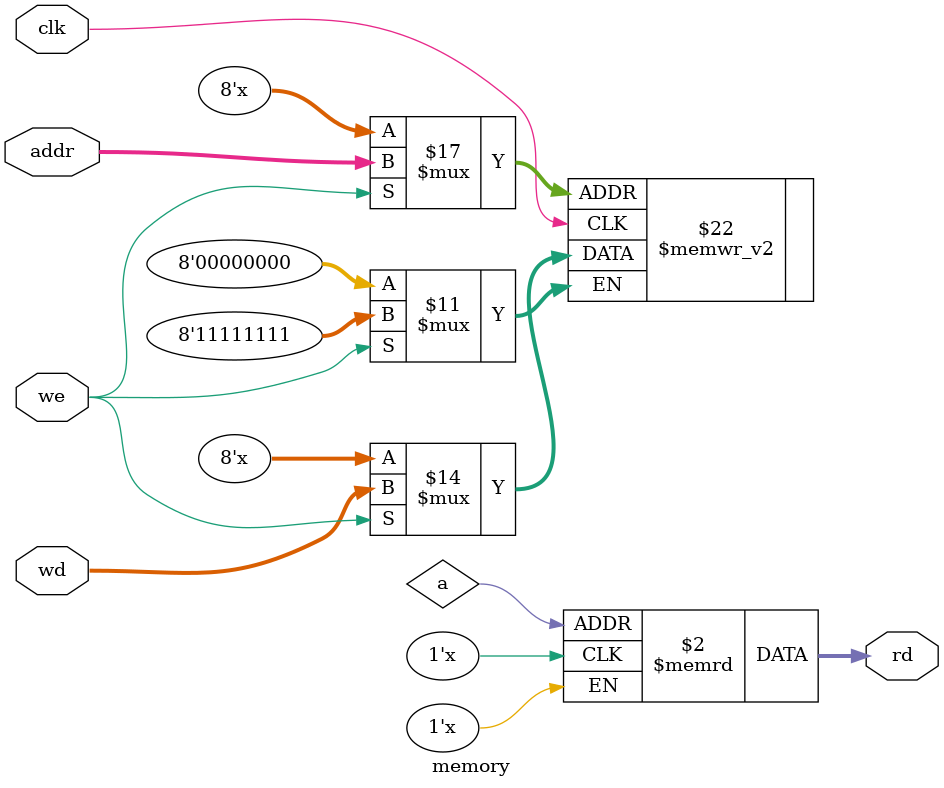
<source format=sv>

module memory(input logic clk, we,
              input logic [7:0] addr, wd,
              output logic [7:0] rd);

  logic [7:0] RAM [255:0];

  assign rd = RAM[a];

  always_ff @(posedge clk)
    if (we) RAM[addr] <= wd;
endmodule

</source>
